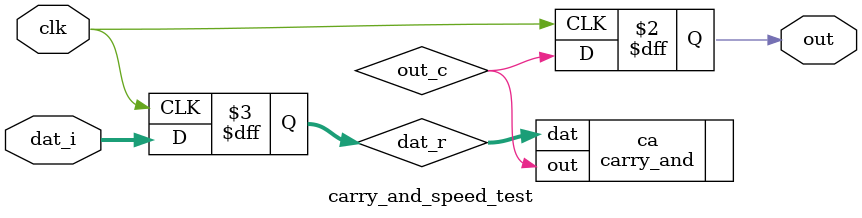
<source format=v>

module carry_and_speed_test (dat_i,out,clk);
parameter WIDTH = 16;
parameter METHOD = 4;

input clk;
input [WIDTH-1:0] dat_i;
output out;

reg [WIDTH-1:0] dat_r;
reg out;
wire out_c;

carry_and ca (.dat(dat_r),.out(out_c));
	defparam ca .WIDTH = WIDTH;
	defparam ca .METHOD = METHOD;

always @(posedge clk) begin
	dat_r <= dat_i;
	out <= out_c;
end

endmodule


</source>
